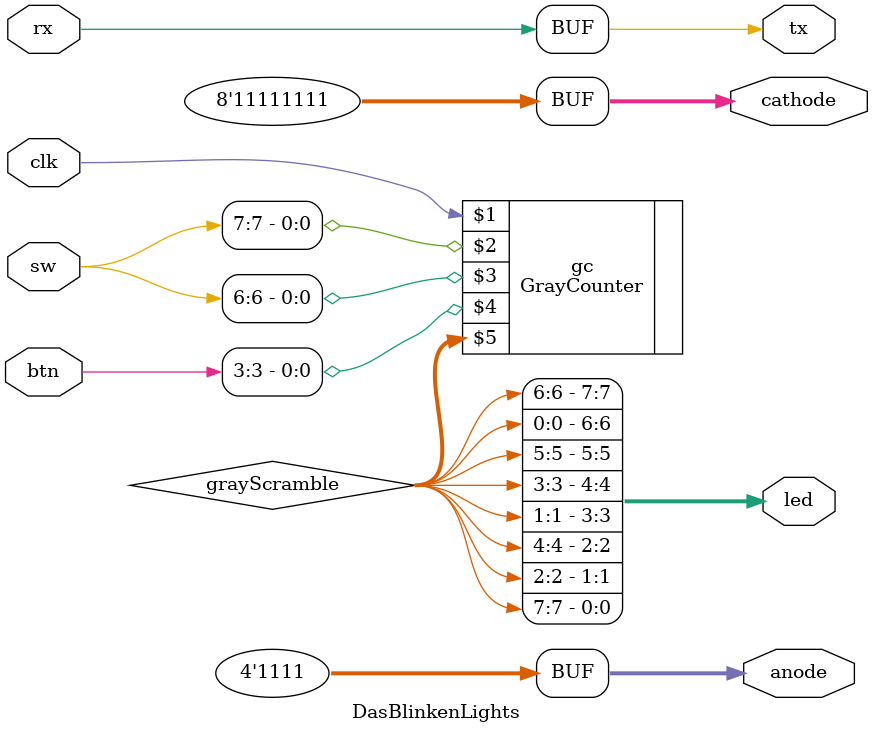
<source format=v>
`timescale 1ns / 1ps
module DasBlinkenLights(
    input clk,
    input [3:0] btn,
    input [7:0] sw,
    output [7:0] led,
    output [3:0] anode, // asserted low
    output [7:0] cathode, // asserted low
    input rx,
    output tx
    );

	assign anode = 4'hF;
	assign cathode = 8'hFF;
	assign tx = rx;
	
	wire [7:0] grayScramble;
	
	assign led = {
		grayScramble[6],
		grayScramble[0],
		grayScramble[5],
		grayScramble[3],
		grayScramble[1],
		grayScramble[4],
		grayScramble[2],
		grayScramble[7]
	};
	
	GrayCounter gc (clk, sw[7], sw[6], btn[3], grayScramble);

endmodule

</source>
